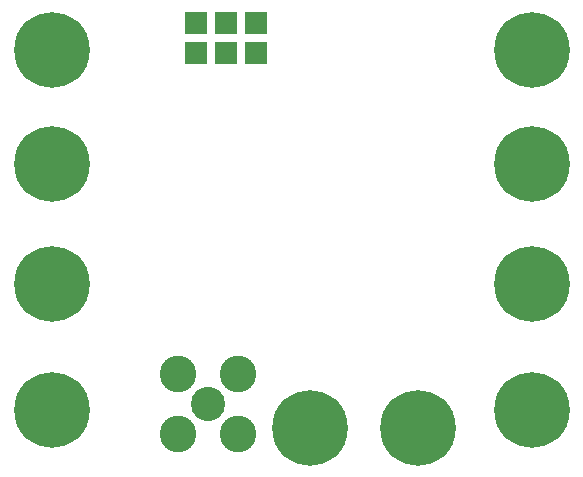
<source format=gbr>
%TF.GenerationSoftware,KiCad,Pcbnew,6.0.4-6f826c9f35~116~ubuntu20.04.1*%
%TF.CreationDate,2022-05-15T21:38:31+00:00*%
%TF.ProjectId,VLFANT01A,564c4641-4e54-4303-9141-2e6b69636164,rev?*%
%TF.SameCoordinates,Original*%
%TF.FileFunction,Soldermask,Bot*%
%TF.FilePolarity,Negative*%
%FSLAX46Y46*%
G04 Gerber Fmt 4.6, Leading zero omitted, Abs format (unit mm)*
G04 Created by KiCad (PCBNEW 6.0.4-6f826c9f35~116~ubuntu20.04.1) date 2022-05-15 21:38:31*
%MOMM*%
%LPD*%
G01*
G04 APERTURE LIST*
G04 Aperture macros list*
%AMRoundRect*
0 Rectangle with rounded corners*
0 $1 Rounding radius*
0 $2 $3 $4 $5 $6 $7 $8 $9 X,Y pos of 4 corners*
0 Add a 4 corners polygon primitive as box body*
4,1,4,$2,$3,$4,$5,$6,$7,$8,$9,$2,$3,0*
0 Add four circle primitives for the rounded corners*
1,1,$1+$1,$2,$3*
1,1,$1+$1,$4,$5*
1,1,$1+$1,$6,$7*
1,1,$1+$1,$8,$9*
0 Add four rect primitives between the rounded corners*
20,1,$1+$1,$2,$3,$4,$5,0*
20,1,$1+$1,$4,$5,$6,$7,0*
20,1,$1+$1,$6,$7,$8,$9,0*
20,1,$1+$1,$8,$9,$2,$3,0*%
G04 Aperture macros list end*
%ADD10C,2.900000*%
%ADD11C,3.100000*%
%ADD12RoundRect,0.200000X0.762000X-0.762000X0.762000X0.762000X-0.762000X0.762000X-0.762000X-0.762000X0*%
%ADD13C,6.400000*%
G04 APERTURE END LIST*
D10*
%TO.C,J7*%
X18288000Y5588000D03*
D11*
X20828000Y3048000D03*
X20828000Y8128000D03*
X15748000Y8128000D03*
X15748000Y3048000D03*
%TD*%
D12*
%TO.C,J9*%
X17272000Y35306000D03*
X17272000Y37846000D03*
X19812000Y35306000D03*
X19812000Y37846000D03*
X22352000Y35306000D03*
X22352000Y37846000D03*
%TD*%
D13*
%TO.C,M1*%
X45720000Y35560000D03*
%TD*%
%TO.C,M2*%
X45720000Y5080000D03*
%TD*%
%TO.C,M3*%
X5080000Y35560000D03*
%TD*%
%TO.C,M4*%
X5080000Y5080000D03*
%TD*%
%TO.C,M5*%
X45720000Y25908000D03*
%TD*%
%TO.C,M6*%
X45720000Y15748000D03*
%TD*%
%TO.C,M7*%
X5080000Y25908000D03*
%TD*%
%TO.C,M8*%
X5080000Y15748000D03*
%TD*%
%TO.C,M9*%
X36068000Y3556000D03*
%TD*%
%TO.C,M10*%
X26924000Y3556000D03*
%TD*%
M02*

</source>
